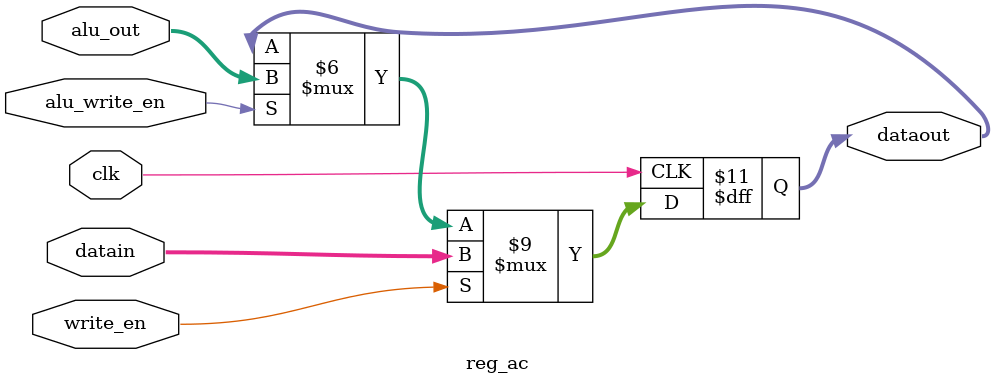
<source format=v>
module reg_ac(input clk, 
				  input write_en, 
				  input [15:0]datain,
				  input alu_write_en,
				  input [15:0]alu_out,
				  
				  output reg[15:0] dataout = 16'd0);
	
	always @(posedge clk)
		begin
			if (write_en == 1)
				dataout <= datain;
			else if (alu_write_en == 1)
				dataout <= alu_out;
			else
				dataout <= dataout;
		end
endmodule

</source>
